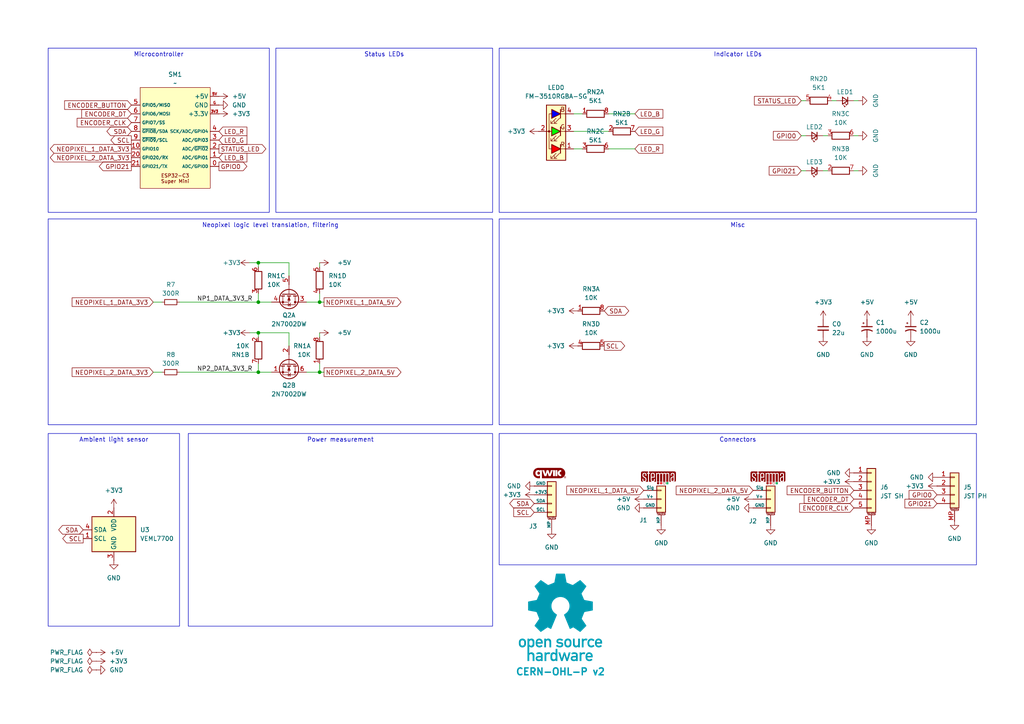
<source format=kicad_sch>
(kicad_sch (version 20231120) (generator "eeschema") (generator_version "8.0")
  (paper "A4")
  (lib_symbols
    (symbol "Connector_Generic_MountingPin:Conn_01x04_MountingPin" (pin_names (offset 1.016) hide)
      (property "Reference" "J" (at 0 5.08 0))
      (property "Value" "Conn_01x04_MountingPin" (at 1.27 -7.62 0))
      (symbol "Conn_01x04_MountingPin_1_1"
        (text "Mounting" (at 0 -6.731 0) (effects (font (size 0.381 0.381))))
        (pin passive line (at -5.08 2.54 0) (length 3.81) (name "Pin_1") (number "1"))
        (pin passive line (at -5.08 0 0) (length 3.81) (name "Pin_2") (number "2"))
        (pin passive line (at -5.08 -2.54 0) (length 3.81) (name "Pin_3") (number "3"))
        (pin passive line (at -5.08 -5.08 0) (length 3.81) (name "Pin_4") (number "4"))
        (pin passive line (at 0 -10.16 90) (length 3.048) (name "MountPin") (number "MP"))
      )
    )
    (symbol "Connector_Generic_MountingPin:Conn_01x05_MountingPin" (pin_names (offset 1.016) hide)
      (property "Reference" "J" (at 0 7.62 0))
      (property "Value" "Conn_01x05_MountingPin" (at 1.27 -7.62 0))
      (symbol "Conn_01x05_MountingPin_1_1"
        (text "Mounting" (at 0 -6.731 0) (effects (font (size 0.381 0.381))))
        (pin passive line (at -5.08 5.08 0) (length 3.81) (name "Pin_1") (number "1"))
        (pin passive line (at -5.08 2.54 0) (length 3.81) (name "Pin_2") (number "2"))
        (pin passive line (at -5.08 0 0) (length 3.81) (name "Pin_3") (number "3"))
        (pin passive line (at -5.08 -2.54 0) (length 3.81) (name "Pin_4") (number "4"))
        (pin passive line (at -5.08 -5.08 0) (length 3.81) (name "Pin_5") (number "5"))
        (pin passive line (at 0 -10.16 90) (length 3.048) (name "MountPin") (number "MP"))
      )
    )
    (symbol "Device:C_Polarized_Small_US" (pin_numbers hide) (pin_names (offset 0.254) hide)
      (property "Reference" "C" (at 0.254 1.778 0))
      (property "Value" "C_Polarized_Small_US" (at 0.254 -2.032 0))
      (symbol "C_Polarized_Small_US_1_1"
        (pin passive line (at 0 2.54 270) (length 2.032) (name "~") (number "1"))
        (pin passive line (at 0 -2.54 90) (length 2.032) (name "~") (number "2"))
      )
    )
    (symbol "Device:C_Small" (pin_numbers hide) (pin_names (offset 0.254) hide)
      (property "Reference" "C" (at 0.254 1.778 0))
      (property "Value" "C_Small" (at 0.254 -2.032 0))
      (symbol "C_Small_1_1"
        (pin passive line (at 0 2.54 270) (length 2.032) (name "~") (number "1"))
        (pin passive line (at 0 -2.54 90) (length 2.032) (name "~") (number "2"))
      )
    )
    (symbol "Device:LED_Small" (pin_numbers hide) (pin_names (offset 0.254) hide)
      (property "Reference" "D" (at -1.27 3.175 0))
      (property "Value" "LED_Small" (at -4.445 -2.54 0))
      (symbol "LED_Small_1_1"
        (pin passive line (at -2.54 0 0) (length 1.778) (name "K") (number "1"))
        (pin passive line (at 2.54 0 180) (length 1.778) (name "A") (number "2"))
      )
    )
    (symbol "Device:R_Pack04_Split" (pin_names (offset 0) hide)
      (property "Reference" "RN" (at 2.032 0 90))
      (property "Value" "R_Pack04_Split" (at 0 0 90))
      (symbol "R_Pack04_Split_1_1"
        (pin passive line (at 0 -3.81 90) (length 1.27) (name "R1.1") (number "1"))
        (pin passive line (at 0 3.81 270) (length 1.27) (name "R1.2") (number "8"))
      )
      (symbol "R_Pack04_Split_2_1"
        (pin passive line (at 0 -3.81 90) (length 1.27) (name "R2.1") (number "2"))
        (pin passive line (at 0 3.81 270) (length 1.27) (name "R2.2") (number "7"))
      )
      (symbol "R_Pack04_Split_3_1"
        (pin passive line (at 0 -3.81 90) (length 1.27) (name "R3.1") (number "3"))
        (pin passive line (at 0 3.81 270) (length 1.27) (name "R3.2") (number "6"))
      )
      (symbol "R_Pack04_Split_4_1"
        (pin passive line (at 0 -3.81 90) (length 1.27) (name "R4.1") (number "4"))
        (pin passive line (at 0 3.81 270) (length 1.27) (name "R4.2") (number "5"))
      )
    )
    (symbol "Device:R_Small" (pin_numbers hide) (pin_names (offset 0.254) hide)
      (property "Reference" "R" (at 0.762 0.508 0))
      (property "Value" "R_Small" (at 0.762 -1.016 0))
      (symbol "R_Small_1_1"
        (pin passive line (at 0 2.54 270) (length 0.762) (name "~") (number "1"))
        (pin passive line (at 0 -2.54 90) (length 0.762) (name "~") (number "2"))
      )
    )
    (symbol "connector:Qwiic" (pin_numbers hide) (pin_names (offset 0))
      (property "Reference" "J" (at 2.54 0 0))
      (symbol "Qwiic_1_1"
        (text "Mounting" (at 0 -6.731 0) (effects (font (size 0.381 0.381))))
        (pin passive line (at -5.08 2.54 0) (length 3.81) (name "GND") (number "1"))
        (pin passive line (at -5.08 0 0) (length 3.81) (name "+3V3") (number "2"))
        (pin passive line (at -5.08 -2.54 0) (length 3.81) (name "SDA") (number "3"))
        (pin passive line (at -5.08 -5.08 0) (length 3.81) (name "SCL") (number "4"))
        (pin passive line (at 0 -10.16 90) (length 3.048) (name "MP") (number "MP"))
      )
    )
    (symbol "connector:STEMMA-Signal" (pin_numbers hide) (pin_names (offset 0))
      (property "Reference" "J" (at 2.54 0 0))
      (symbol "STEMMA-Signal_1_1"
        (text "Mounting" (at 0 -4.191 0) (effects (font (size 0.381 0.381))))
        (pin passive line (at -5.08 2.54 0) (length 3.81) (name "Sig") (number "1"))
        (pin passive line (at -5.08 0 0) (length 3.81) (name "V+") (number "2"))
        (pin passive line (at -5.08 -2.54 0) (length 3.81) (name "GND") (number "3"))
        (pin passive line (at 0 -7.62 90) (length 3.048) (name "MP") (number "MP"))
      )
    )
    (symbol "lcsc:2N7002DW" (pin_names hide)
      (property "Reference" "Q" (at 5.08 1.905 0))
      (property "Value" "2N7002DW" (at 5.08 0 0))
      (symbol "2N7002DW_1_1"
        (pin passive line (at 2.54 5.08 270) (length 2.54) (name "D") (number "3"))
        (pin passive line (at 2.54 -5.08 90) (length 2.54) (name "S") (number "4"))
        (pin input line (at -5.08 0 0) (length 2.54) (name "G") (number "5"))
      )
      (symbol "2N7002DW_2_1"
        (pin passive line (at 2.54 -5.08 90) (length 2.54) (name "S") (number "1"))
        (pin input line (at -5.08 0 0) (length 2.54) (name "G") (number "2"))
        (pin passive line (at 2.54 5.08 270) (length 2.54) (name "D") (number "6"))
      )
    )
    (symbol "lcsc:FM-3510RGBA-SG" (pin_names (offset 0) hide)
      (property "Reference" "D" (at 0 9.398 0))
      (property "Value" "FM-3510RGBA-SG" (at 0 -8.89 0))
      (symbol "FM-3510RGBA-SG_0_0"
        (text "B" (at -1.905 -6.35 0) (effects (font (size 1.27 1.27))))
        (text "G" (at -1.905 -1.27 0) (effects (font (size 1.27 1.27))))
        (text "R" (at -1.905 3.81 0) (effects (font (size 1.27 1.27))))
      )
      (symbol "FM-3510RGBA-SG_1_1"
        (pin passive line (at -5.08 5.08 0) (length 2.54) (name "RK") (number "1"))
        (pin passive line (at 5.08 0 180) (length 2.54) (name "A") (number "2"))
        (pin passive line (at -5.08 0 0) (length 2.54) (name "GK") (number "3"))
        (pin passive line (at -5.08 -5.08 0) (length 2.54) (name "BK") (number "4"))
      )
    )
    (symbol "lcsc:VEML7700"
      (property "Reference" "U" (at 2.54 -10.16 0))
      (property "Value" "VEML7700" (at 5.08 -7.62 0))
      (symbol "VEML7700_1_1"
        (pin passive line (at -8.89 -1.27 0) (length 2.54) (name "SCL") (number "1"))
        (pin power_in line (at 0 7.62 270) (length 2.54) (name "VDD") (number "2"))
        (pin power_in line (at 0 -7.62 90) (length 2.54) (name "GND") (number "3"))
        (pin passive line (at -8.89 1.27 0) (length 2.54) (name "SDA") (number "4"))
      )
    )
    (symbol "modules:ESP32-C3-Super-Mini"
      (property "Reference" "SM" (at 0 18.288 0))
      (symbol "ESP32-C3-Super-Mini_1_1"
        (text_box "ESP32-C3\nSuper Mini" (at -7.62 -10.16 0) (size 15.24 -5.08) (stroke (width -0.0001)) (effects (font (size 1.016 1.016)) (justify top)))
        (pin passive line (at 12.7 -8.89 180) (length 2.54) (name "ADC/GPIO0") (number "0"))
        (pin passive line (at 12.7 -6.35 180) (length 2.54) (name "ADC/GPIO1") (number "1"))
        (pin passive line (at -12.7 -3.81 0) (length 2.54) (name "GPIO10") (number "10"))
        (pin passive line (at 12.7 -3.81 180) (length 2.54) (name "ADC/~{GPIO2}") (number "2"))
        (pin passive line (at -12.7 -6.35 0) (length 2.54) (name "GPIO20/RX") (number "20"))
        (pin passive line (at -12.7 -8.89 0) (length 2.54) (name "GPIO21/TX") (number "21"))
        (pin passive line (at 12.7 -1.27 180) (length 2.54) (name "ADC/GPIO3") (number "3"))
        (pin power_in line (at 12.7 6.35 180) (length 2.54) (name "+3.3V") (number "3V3"))
        (pin passive line (at 12.7 1.27 180) (length 2.54) (name "SCK/ADC/GPIO4") (number "4"))
        (pin passive line (at -12.7 8.89 0) (length 2.54) (name "GPIO5/MISO") (number "5"))
        (pin power_in line (at 12.7 11.43 180) (length 2.54) (name "+5V") (number "5V"))
        (pin passive line (at -12.7 6.35 0) (length 2.54) (name "GPIO6/MOSI") (number "6"))
        (pin passive line (at -12.7 3.81 0) (length 2.54) (name "GPIO7/SS") (number "7"))
        (pin passive line (at -12.7 1.27 0) (length 2.54) (name "~{GPIO8}/SDA") (number "8"))
        (pin passive line (at -12.7 -1.27 0) (length 2.54) (name "~{GPIO9}/SCL") (number "9"))
        (pin power_in line (at 12.7 8.89 180) (length 2.54) (name "GND") (number "G"))
      )
    )
    (symbol "power:+3V3" (power) (pin_numbers hide) (pin_names (offset 0) hide)
      (property "Value" "+3V3" (at 0 3.556 0))
      (symbol "+3V3_1_1"
        (pin power_in line (at 0 0 90) (length 0) (name "~") (number "1"))
      )
    )
    (symbol "power:+5V" (power) (pin_numbers hide) (pin_names (offset 0) hide)
      (property "Value" "+5V" (at 0 3.556 0))
      (symbol "+5V_1_1"
        (pin power_in line (at 0 0 90) (length 0) (name "~") (number "1"))
      )
    )
    (symbol "power:GND" (power) (pin_numbers hide) (pin_names (offset 0) hide)
      (property "Value" "GND" (at 0 -3.81 0))
      (symbol "GND_1_1"
        (pin power_in line (at 0 0 270) (length 0) (name "~") (number "1"))
      )
    )
    (symbol "power:PWR_FLAG" (power) (pin_numbers hide) (pin_names (offset 0) hide)
      (property "Value" "PWR_FLAG" (at 0 3.81 0))
      (symbol "PWR_FLAG_0_0"
        (pin power_out line (at 0 0 90) (length 0) (name "~") (number "1"))
      )
    )
    (symbol "power:VCC" (power) (pin_numbers hide) (pin_names (offset 0) hide)
      (property "Value" "VCC" (at 0 3.556 0))
      (symbol "VCC_1_1"
        (pin power_in line (at 0 0 90) (length 0) (name "~") (number "1"))
      )
    )
  )
  (junction (at 74.93 96.52))
  (junction (at 74.93 87.63))
  (junction (at 74.93 107.95))
  (junction (at 92.71 87.63))
  (junction (at 74.93 76.2))
  (junction (at 92.71 107.95))
  (wire (pts (xy 74.93 97.79) (xy 74.93 96.52)))
  (wire (pts (xy 88.9 87.63) (xy 92.71 87.63)))
  (wire (pts (xy 247.65 49.53) (xy 248.92 49.53)))
  (wire (pts (xy 248.92 29.21) (xy 247.65 29.21)))
  (wire (pts (xy 92.71 77.47) (xy 92.71 76.2)))
  (wire (pts (xy 88.9 107.95) (xy 92.71 107.95)))
  (wire (pts (xy 92.71 87.63) (xy 93.98 87.63)))
  (wire (pts (xy 52.07 87.63) (xy 74.93 87.63)))
  (wire (pts (xy 74.93 107.95) (xy 78.74 107.95)))
  (wire (pts (xy 72.39 76.2) (xy 74.93 76.2)))
  (wire (pts (xy 44.45 107.95) (xy 46.99 107.95)))
  (wire (pts (xy 74.93 85.09) (xy 74.93 87.63)))
  (wire (pts (xy 166.37 43.18) (xy 168.91 43.18)))
  (wire (pts (xy 74.93 76.2) (xy 83.82 76.2)))
  (wire (pts (xy 74.93 77.47) (xy 74.93 76.2)))
  (wire (pts (xy 184.15 33.02) (xy 176.53 33.02)))
  (wire (pts (xy 74.93 96.52) (xy 83.82 96.52)))
  (wire (pts (xy 240.03 49.53) (xy 238.76 49.53)))
  (wire (pts (xy 166.37 38.1) (xy 176.53 38.1)))
  (wire (pts (xy 83.82 100.33) (xy 83.82 96.52)))
  (wire (pts (xy 241.3 29.21) (xy 242.57 29.21)))
  (wire (pts (xy 247.65 39.37) (xy 248.92 39.37)))
  (wire (pts (xy 44.45 87.63) (xy 46.99 87.63)))
  (wire (pts (xy 74.93 105.41) (xy 74.93 107.95)))
  (wire (pts (xy 92.71 107.95) (xy 93.98 107.95)))
  (wire (pts (xy 92.71 107.95) (xy 92.71 105.41)))
  (wire (pts (xy 72.39 96.52) (xy 74.93 96.52)))
  (wire (pts (xy 240.03 39.37) (xy 238.76 39.37)))
  (wire (pts (xy 92.71 87.63) (xy 92.71 85.09)))
  (wire (pts (xy 52.07 107.95) (xy 74.93 107.95)))
  (wire (pts (xy 232.41 49.53) (xy 233.68 49.53)))
  (wire (pts (xy 232.41 29.21) (xy 233.68 29.21)))
  (wire (pts (xy 184.15 43.18) (xy 176.53 43.18)))
  (wire (pts (xy 83.82 80.01) (xy 83.82 76.2)))
  (wire (pts (xy 232.41 39.37) (xy 233.68 39.37)))
  (wire (pts (xy 166.37 33.02) (xy 168.91 33.02)))
  (wire (pts (xy 92.71 97.79) (xy 92.71 96.52)))
  (wire (pts (xy 74.93 87.63) (xy 78.74 87.63)))
  (image (at 162.56 179.07) (scale 0.37481))
  (text_box "Status LEDs" (at 80.01 13.97 0) (size 62.865 47.625) (effects (font (size 1.27 1.27)) (justify top)))
  (text_box "Indicator LEDs" (at 144.78 13.97 0) (size 138.43 47.625) (effects (font (size 1.27 1.27)) (justify top)))
  (text_box "Microcontroller" (at 13.97 13.97 0) (size 64.135 47.625) (effects (font (size 1.27 1.27)) (justify top)))
  (text_box "Misc" (at 144.78 63.5 0) (size 138.43 59.69) (effects (font (size 1.27 1.27)) (justify top)))
  (text_box "Ambient light sensor" (at 13.97 125.73 0) (size 38.1 55.88) (effects (font (size 1.27 1.27)) (justify top)))
  (text_box "Connectors" (at 144.78 125.73 0) (size 138.43 38.1) (effects (font (size 1.27 1.27)) (justify top)))
  (text_box "Power measurement" (at 54.61 125.73 0) (size 88.265 55.88) (effects (font (size 1.27 1.27)) (justify top)))
  (text_box "Neopixel logic level translation, filtering" (at 13.97 63.5 0) (size 128.905 59.69) (effects (font (size 1.27 1.27)) (justify top)))
  (text "CERN-OHL-P v2" (at 162.56 195.072 0) (effects (font (size 2 2) (thickness 0.4) (bold yes))))
  (label "NP1_DATA_3V3_R" (at 57.15 87.63 0))
  (label "NP2_DATA_3V3_R" (at 57.15 107.95 0))
  (global_label "GPIO0" (shape input) (at 232.41 39.37 180) (property "Intersheetrefs" "${INTERSHEET_REFS}" (effects (hide yes))))
  (global_label "SCL" (shape input) (at 154.94 148.59 180) (property "Intersheetrefs" "${INTERSHEET_REFS}" (effects (hide yes))))
  (global_label "SCL" (shape output) (at 38.1 40.64 180) (property "Intersheetrefs" "${INTERSHEET_REFS}" (effects (hide yes))))
  (global_label "STATUS_LED" (shape output) (at 63.5 43.18 0) (property "Intersheetrefs" "${INTERSHEET_REFS}" (effects (hide yes))))
  (global_label "ENCODER_DT" (shape input) (at 247.65 144.78 180) (property "Intersheetrefs" "${INTERSHEET_REFS}" (effects (hide yes))))
  (global_label "ENCODER_BUTTON" (shape input) (at 247.65 142.24 180) (property "Intersheetrefs" "${INTERSHEET_REFS}" (effects (hide yes))))
  (global_label "NEOPIXEL_1_DATA_5V" (shape output) (at 93.98 87.63 0) (property "Intersheetrefs" "${INTERSHEET_REFS}" (effects (hide yes))))
  (global_label "SDA" (shape bidirectional) (at 38.1 38.1 180) (property "Intersheetrefs" "${INTERSHEET_REFS}" (effects (hide yes))))
  (global_label "GPIO21" (shape output) (at 38.1 48.26 180) (property "Intersheetrefs" "${INTERSHEET_REFS}" (effects (hide yes))))
  (global_label "GPIO0" (shape input) (at 271.78 143.51 180) (property "Intersheetrefs" "${INTERSHEET_REFS}" (effects (hide yes))))
  (global_label "LED_R" (shape input) (at 63.5 38.1 0) (property "Intersheetrefs" "${INTERSHEET_REFS}" (effects (hide yes))))
  (global_label "GPIO0" (shape output) (at 63.5 48.26 0) (property "Intersheetrefs" "${INTERSHEET_REFS}" (effects (hide yes))))
  (global_label "SDA" (shape bidirectional) (at 154.94 146.05 180) (property "Intersheetrefs" "${INTERSHEET_REFS}" (effects (hide yes))))
  (global_label "SCL" (shape output) (at 24.13 156.21 180) (property "Intersheetrefs" "${INTERSHEET_REFS}" (effects (hide yes))))
  (global_label "GPIO21" (shape input) (at 271.78 146.05 180) (property "Intersheetrefs" "${INTERSHEET_REFS}" (effects (hide yes))))
  (global_label "LED_B" (shape input) (at 63.5 45.72 0) (property "Intersheetrefs" "${INTERSHEET_REFS}" (effects (hide yes))))
  (global_label "NEOPIXEL_2_DATA_3V3" (shape input) (at 44.45 107.95 180) (property "Intersheetrefs" "${INTERSHEET_REFS}" (effects (hide yes))))
  (global_label "NEOPIXEL_1_DATA_5V" (shape input) (at 186.69 142.24 180) (property "Intersheetrefs" "${INTERSHEET_REFS}" (effects (hide yes))))
  (global_label "ENCODER_BUTTON" (shape input) (at 38.1 30.48 180) (property "Intersheetrefs" "${INTERSHEET_REFS}" (effects (hide yes))))
  (global_label "SDA" (shape bidirectional) (at 175.26 90.17 0) (property "Intersheetrefs" "${INTERSHEET_REFS}" (effects (hide yes))))
  (global_label "NEOPIXEL_1_DATA_3V3" (shape output) (at 38.1 43.18 180) (property "Intersheetrefs" "${INTERSHEET_REFS}" (effects (hide yes))))
  (global_label "SDA" (shape bidirectional) (at 24.13 153.67 180) (property "Intersheetrefs" "${INTERSHEET_REFS}" (effects (hide yes))))
  (global_label "GPIO21" (shape input) (at 232.41 49.53 180) (property "Intersheetrefs" "${INTERSHEET_REFS}" (effects (hide yes))))
  (global_label "NEOPIXEL_1_DATA_3V3" (shape input) (at 44.45 87.63 180) (property "Intersheetrefs" "${INTERSHEET_REFS}" (effects (hide yes))))
  (global_label "NEOPIXEL_2_DATA_3V3" (shape output) (at 38.1 45.72 180) (property "Intersheetrefs" "${INTERSHEET_REFS}" (effects (hide yes))))
  (global_label "ENCODER_CLK" (shape input) (at 247.65 147.32 180) (property "Intersheetrefs" "${INTERSHEET_REFS}" (effects (hide yes))))
  (global_label "SCL" (shape output) (at 175.26 100.33 0) (property "Intersheetrefs" "${INTERSHEET_REFS}" (effects (hide yes))))
  (global_label "LED_R" (shape input) (at 184.15 43.18 0) (property "Intersheetrefs" "${INTERSHEET_REFS}" (effects (hide yes))))
  (global_label "LED_G" (shape input) (at 63.5 40.64 0) (property "Intersheetrefs" "${INTERSHEET_REFS}" (effects (hide yes))))
  (global_label "STATUS_LED" (shape input) (at 232.41 29.21 180) (property "Intersheetrefs" "${INTERSHEET_REFS}" (effects (hide yes))))
  (global_label "ENCODER_CLK" (shape input) (at 38.1 35.56 180) (property "Intersheetrefs" "${INTERSHEET_REFS}" (effects (hide yes))))
  (global_label "ENCODER_DT" (shape input) (at 38.1 33.02 180) (property "Intersheetrefs" "${INTERSHEET_REFS}" (effects (hide yes))))
  (global_label "NEOPIXEL_2_DATA_5V" (shape input) (at 218.44 142.24 180) (property "Intersheetrefs" "${INTERSHEET_REFS}" (effects (hide yes))))
  (global_label "LED_B" (shape input) (at 184.15 33.02 0) (property "Intersheetrefs" "${INTERSHEET_REFS}" (effects (hide yes))))
  (global_label "LED_G" (shape input) (at 184.15 38.1 0) (property "Intersheetrefs" "${INTERSHEET_REFS}" (effects (hide yes))))
  (global_label "NEOPIXEL_2_DATA_5V" (shape output) (at 93.98 107.95 0) (property "Intersheetrefs" "${INTERSHEET_REFS}" (effects (hide yes))))
  (symbol (lib_id "power:VCC") (at 218.44 144.78 90) (unit 1)
    (property "Reference" "#PWR027" (effects (hide yes)))
    (property "Value" "+5V" (at 214.63 144.7799 90) (effects (justify left)))
    (property "Description" "Power symbol creates a global label with name \"VCC\"" (effects (hide yes)))
  )
  (symbol (lib_id "power:VCC") (at 63.5 33.02 270) (unit 1)
    (property "Reference" "#PWR09" (effects (hide yes)))
    (property "Value" "+3V3" (at 67.31 33.0199 90) (effects (justify left)))
    (property "Description" "Power symbol creates a global label with name \"VCC\"" (effects (hide yes)))
  )
  (symbol (lib_id "power:GND") (at 247.65 137.16 270) (unit 1)
    (property "Reference" "#PWR034" (effects (hide yes)))
    (property "Value" "GND" (at 243.84 137.1599 90) (effects (justify right)))
    (property "Description" "Power symbol creates a global label with name \"GND\" , ground" (effects (hide yes)))
  )
  (symbol (lib_id "power:VCC") (at 167.64 100.33 90) (unit 1)
    (property "Reference" "#PWR037" (effects (hide yes)))
    (property "Value" "+3V3" (at 163.83 100.3299 90) (effects (justify left)))
    (property "Description" "Power symbol creates a global label with name \"VCC\"" (effects (hide yes)))
  )
  (symbol (lib_id "Device:LED_Small") (at 236.22 49.53 180) (unit 1)
    (property "Reference" "LED3" (at 236.22 46.99 0))
    (property "Value" "LED_Small" (effects (hide yes)))
    (property "Footprint" "led:LED_0603_1608Metric" (effects (hide yes)))
    (property "Description" "Light emitting diode, small symbol" (effects (hide yes)))
  )
  (symbol (lib_id "Device:R_Pack04_Split") (at 74.93 101.6 180) (unit 2)
    (property "Reference" "RN1" (at 72.39 102.8701 0) (effects (justify left)))
    (property "Value" "10K" (at 72.39 100.3301 0) (effects (justify left)))
    (property "Footprint" "passives:R_Array_Convex_4x0603_HandSolder" (effects (hide yes)))
    (property "Description" "4 resistor network, parallel topology, split" (effects (hide yes)))
  )
  (symbol (lib_id "lcsc:VEML7700") (at 33.02 154.94 0) (unit 1)
    (property "Reference" "U3" (at 40.64 153.6699 0) (effects (justify left)))
    (property "Value" "VEML7700" (at 40.64 156.2099 0) (effects (justify left)))
    (property "Footprint" "lcsc:SENSORS-SMD_VEML7700-TR" (effects (hide yes)))
    (property "Datasheet" "https://www.vishay.com/docs/84286/veml7700.pdf" (effects (hide yes)))
    (property "Description" "High Accuracy Ambient Light Sensor With I2C Interface" (effects (hide yes)))
  )
  (symbol (lib_id "power:GND") (at 248.92 49.53 90) (unit 1)
    (property "Reference" "#PWR017" (effects (hide yes)))
    (property "Value" "GND" (at 254 49.53 0))
    (property "Description" "Power symbol creates a global label with name \"GND\" , ground" (effects (hide yes)))
  )
  (symbol (lib_id "power:+5V") (at 92.71 96.52 270) (unit 1)
    (property "Reference" "#PWR014" (effects (hide yes)))
    (property "Value" "+5V" (at 97.79 96.5199 90) (effects (justify left)))
    (property "Description" "Power symbol creates a global label with name \"+5V\"" (effects (hide yes)))
  )
  (symbol (lib_id "power:GND") (at 248.92 29.21 90) (unit 1)
    (property "Reference" "#PWR015" (effects (hide yes)))
    (property "Value" "GND" (at 254 29.21 0))
    (property "Description" "Power symbol creates a global label with name \"GND\" , ground" (effects (hide yes)))
  )
  (symbol (lib_id "power:GND") (at 218.44 147.32 270) (unit 1)
    (property "Reference" "#PWR028" (effects (hide yes)))
    (property "Value" "GND" (at 214.63 147.3199 90) (effects (justify right)))
    (property "Description" "Power symbol creates a global label with name \"GND\" , ground" (effects (hide yes)))
  )
  (symbol (lib_id "power:GND") (at 276.86 151.13 0) (unit 1)
    (property "Reference" "#PWR040" (effects (hide yes)))
    (property "Value" "GND" (at 276.86 156.21 0))
    (property "Description" "Power symbol creates a global label with name \"GND\" , ground" (effects (hide yes)))
  )
  (symbol (lib_id "power:GND") (at 223.52 152.4 0) (unit 1)
    (property "Reference" "#PWR029" (effects (hide yes)))
    (property "Value" "GND" (at 223.52 157.48 0))
    (property "Description" "Power symbol creates a global label with name \"GND\" , ground" (effects (hide yes)))
  )
  (symbol (lib_id "power:VCC") (at 264.16 92.71 0) (unit 1)
    (property "Reference" "#PWR021" (effects (hide yes)))
    (property "Value" "+5V" (at 264.16 87.63 0))
    (property "Description" "Power symbol creates a global label with name \"VCC\"" (effects (hide yes)))
  )
  (symbol (lib_id "power:GND") (at 63.5 30.48 90) (unit 1)
    (property "Reference" "#PWR08" (effects (hide yes)))
    (property "Value" "GND" (at 67.31 30.4799 90) (effects (justify right)))
    (property "Description" "Power symbol creates a global label with name \"GND\" , ground" (effects (hide yes)))
  )
  (symbol (lib_id "Device:C_Small") (at 238.76 95.25 0) (unit 1)
    (property "Reference" "C0" (at 241.3 93.9862 0) (effects (justify left)))
    (property "Value" "22u" (at 241.3 96.5262 0) (effects (justify left)))
    (property "Footprint" "passives:C_0603_1608Metric" (effects (hide yes)))
    (property "Description" "Unpolarized capacitor, small symbol" (effects (hide yes)))
  )
  (symbol (lib_id "power:PWR_FLAG") (at 27.94 189.23 90) (unit 1)
    (property "Reference" "#FLG03" (effects (hide yes)))
    (property "Value" "PWR_FLAG" (at 24.13 189.2299 90) (effects (justify left)))
    (property "Description" "Special symbol for telling ERC where power comes from" (effects (hide yes)))
  )
  (symbol (lib_id "power:VCC") (at 271.78 140.97 90) (unit 1)
    (property "Reference" "#PWR039" (effects (hide yes)))
    (property "Value" "+3V3" (at 267.97 140.9699 90) (effects (justify left)))
    (property "Description" "Power symbol creates a global label with name \"VCC\"" (effects (hide yes)))
  )
  (symbol (lib_id "Device:LED_Small") (at 245.11 29.21 180) (unit 1)
    (property "Reference" "LED1" (at 245.11 26.67 0))
    (property "Value" "LED_Small" (effects (hide yes)))
    (property "Footprint" "led:LED_0603_1608Metric" (effects (hide yes)))
    (property "Description" "Light emitting diode, small symbol" (effects (hide yes)))
  )
  (symbol (lib_id "power:GND") (at 264.16 97.79 0) (unit 1)
    (property "Reference" "#PWR022" (effects (hide yes)))
    (property "Value" "GND" (at 264.16 102.87 0))
  )
  (symbol (lib_id "Device:R_Pack04_Split") (at 243.84 39.37 270) (unit 3)
    (property "Reference" "RN3" (at 243.84 33.02 90))
    (property "Value" "10K" (at 243.84 35.56 90))
    (property "Footprint" "passives:R_Array_Convex_4x0603_HandSolder" (effects (hide yes)))
    (property "Description" "4 resistor network, parallel topology, split" (effects (hide yes)))
  )
  (symbol (lib_id "Device:LED_Small") (at 236.22 39.37 180) (unit 1)
    (property "Reference" "LED2" (at 236.22 36.83 0))
    (property "Value" "LED_Small" (effects (hide yes)))
    (property "Footprint" "led:LED_0603_1608Metric" (effects (hide yes)))
    (property "Description" "Light emitting diode, small symbol" (effects (hide yes)))
  )
  (symbol (lib_id "lcsc:2N7002DW") (at 83.82 85.09 270) (unit 1)
    (property "Reference" "Q2" (at 83.82 91.44 90))
    (property "Value" "2N7002DW" (at 83.82 93.98 90))
    (property "Footprint" "packages:SOT-363_SC-70-6_HandSolder" (effects (hide yes)))
    (property "Datasheet" "https://www.onsemi.com/download/data-sheet/pdf/2n7002dw-d.pdf" (effects (hide yes)))
    (property "Description" "0.115A Id, 60V Vds, Dual N-Channel MOSFET, SOT-23-6" (effects (hide yes)))
    (property "LCSC Part" "C5190214" (effects (hide yes)))
    (property "JLCPCB_CORRECTION" "0; 0; 270" (effects (hide yes)))
  )
  (symbol (lib_id "Device:R_Small") (at 49.53 107.95 90) (unit 1)
    (property "Reference" "R8" (at 49.53 102.87 90))
    (property "Value" "300R" (at 49.53 105.41 90))
    (property "Footprint" "Resistor_SMD:R_0603_1608Metric" (effects (hide yes)))
    (property "Description" "Resistor, small symbol" (effects (hide yes)))
  )
  (symbol (lib_id "power:GND") (at 248.92 39.37 90) (unit 1)
    (property "Reference" "#PWR016" (effects (hide yes)))
    (property "Value" "GND" (at 254 39.37 0))
    (property "Description" "Power symbol creates a global label with name \"GND\" , ground" (effects (hide yes)))
  )
  (symbol (lib_id "power:GND") (at 251.46 97.79 0) (unit 1)
    (property "Reference" "#PWR033" (effects (hide yes)))
    (property "Value" "GND" (at 251.46 102.87 0))
  )
  (symbol (lib_id "power:VCC") (at 156.21 38.1 90) (unit 1)
    (property "Reference" "#PWR012" (effects (hide yes)))
    (property "Value" "+3V3" (at 152.4 38.0999 90) (effects (justify left)))
    (property "Description" "Power symbol creates a global label with name \"VCC\"" (effects (hide yes)))
  )
  (symbol (lib_id "Device:R_Pack04_Split") (at 180.34 38.1 270) (unit 2)
    (property "Reference" "RN2" (at 180.34 33.02 90))
    (property "Value" "5K1" (at 180.34 35.56 90))
    (property "Footprint" "passives:R_Array_Convex_4x0603_HandSolder" (effects (hide yes)))
    (property "Description" "4 resistor network, parallel topology, split" (effects (hide yes)))
  )
  (symbol (lib_id "power:VCC") (at 251.46 92.71 0) (unit 1)
    (property "Reference" "#PWR032" (effects (hide yes)))
    (property "Value" "+5V" (at 251.46 87.63 0))
    (property "Description" "Power symbol creates a global label with name \"VCC\"" (effects (hide yes)))
  )
  (symbol (lib_id "Device:R_Pack04_Split") (at 243.84 49.53 270) (unit 2)
    (property "Reference" "RN3" (at 243.84 43.18 90))
    (property "Value" "10K" (at 243.84 45.72 90))
    (property "Footprint" "passives:R_Array_Convex_4x0603_HandSolder" (effects (hide yes)))
    (property "Description" "4 resistor network, parallel topology, split" (effects (hide yes)))
  )
  (symbol (lib_id "power:PWR_FLAG") (at 27.94 194.31 90) (unit 1)
    (property "Reference" "#FLG05" (effects (hide yes)))
    (property "Value" "PWR_FLAG" (at 24.13 194.3099 90) (effects (justify left)))
    (property "Description" "Special symbol for telling ERC where power comes from" (effects (hide yes)))
  )
  (symbol (lib_id "power:+5V") (at 92.71 76.2 270) (unit 1)
    (property "Reference" "#PWR013" (effects (hide yes)))
    (property "Value" "+5V" (at 97.79 76.1999 90) (effects (justify left)))
    (property "Description" "Power symbol creates a global label with name \"+5V\"" (effects (hide yes)))
  )
  (symbol (lib_id "power:VCC") (at 27.94 189.23 270) (unit 1)
    (property "Reference" "#PWR02" (effects (hide yes)))
    (property "Value" "+5V" (at 31.75 189.2299 90) (effects (justify left)))
    (property "Description" "Power symbol creates a global label with name \"VCC\"" (effects (hide yes)))
  )
  (symbol (lib_id "power:+3V3") (at 72.39 96.52 90) (unit 1)
    (property "Reference" "#PWR011" (effects (hide yes)))
    (property "Value" "+3V3" (at 69.85 96.5199 90) (effects (justify left)))
    (property "Description" "Power symbol creates a global label with name \"+3V3\"" (effects (hide yes)))
  )
  (symbol (lib_id "power:GND") (at 186.69 147.32 270) (unit 1)
    (property "Reference" "#PWR025" (effects (hide yes)))
    (property "Value" "GND" (at 182.88 147.3199 90) (effects (justify right)))
    (property "Description" "Power symbol creates a global label with name \"GND\" , ground" (effects (hide yes)))
  )
  (symbol (lib_id "power:GND") (at 252.73 152.4 0) (unit 1)
    (property "Reference" "#PWR036" (effects (hide yes)))
    (property "Value" "GND" (at 252.73 157.48 0))
    (property "Description" "Power symbol creates a global label with name \"GND\" , ground" (effects (hide yes)))
  )
  (symbol (lib_id "power:VCC") (at 247.65 139.7 90) (unit 1)
    (property "Reference" "#PWR035" (effects (hide yes)))
    (property "Value" "+3V3" (at 243.84 139.6999 90) (effects (justify left)))
    (property "Description" "Power symbol creates a global label with name \"VCC\"" (effects (hide yes)))
  )
  (symbol (lib_id "Connector_Generic_MountingPin:Conn_01x04_MountingPin") (at 276.86 140.97 0) (unit 1)
    (property "Reference" "J5" (at 279.4 141.3255 0) (effects (justify left)))
    (property "Value" "JST PH" (at 279.4 143.8655 0) (effects (justify left)))
    (property "Footprint" "connector:JST_PH_S4B-PH-SM4-TB_1x04-1MP_P2.00mm_Horizontal" (effects (hide yes)))
    (property "Description" "Generic connectable mounting pin connector, single row, 01x04, script generated (kicad-library-utils/schlib/autogen/connector/)" (effects (hide yes)))
  )
  (symbol (lib_id "Device:C_Polarized_Small_US") (at 251.46 95.25 0) (unit 1)
    (property "Reference" "C1" (at 254 93.5481 0) (effects (justify left)))
    (property "Value" "1000u" (at 254 96.0881 0) (effects (justify left)))
    (property "Footprint" "Capacitor_SMD:CP_Elec_8x10" (effects (hide yes)))
    (property "Description" "Polarized capacitor, small US symbol" (effects (hide yes)))
  )
  (symbol (lib_id "Device:R_Pack04_Split") (at 237.49 29.21 90) (unit 4)
    (property "Reference" "RN2" (at 237.49 22.86 90))
    (property "Value" "5K1" (at 237.49 25.4 90))
    (property "Footprint" "passives:R_Array_Convex_4x0603_HandSolder" (effects (hide yes)))
    (property "Description" "4 resistor network, parallel topology, split" (effects (hide yes)))
  )
  (symbol (lib_id "power:GND") (at 191.77 152.4 0) (unit 1)
    (property "Reference" "#PWR026" (effects (hide yes)))
    (property "Value" "GND" (at 191.77 157.48 0))
    (property "Description" "Power symbol creates a global label with name \"GND\" , ground" (effects (hide yes)))
  )
  (symbol (lib_id "Device:R_Pack04_Split") (at 172.72 43.18 270) (unit 3)
    (property "Reference" "RN2" (at 172.72 38.1 90))
    (property "Value" "5K1" (at 172.72 40.64 90))
    (property "Footprint" "passives:R_Array_Convex_4x0603_HandSolder" (effects (hide yes)))
    (property "Description" "4 resistor network, parallel topology, split" (effects (hide yes)))
  )
  (symbol (lib_id "power:VCC") (at 238.76 92.71 0) (unit 1)
    (property "Reference" "#PWR030" (effects (hide yes)))
    (property "Value" "+3V3" (at 238.76 87.63 0))
    (property "Description" "Power symbol creates a global label with name \"VCC\"" (effects (hide yes)))
  )
  (symbol (lib_id "power:+3V3") (at 72.39 76.2 90) (unit 1)
    (property "Reference" "#PWR010" (effects (hide yes)))
    (property "Value" "+3V3" (at 69.85 76.1999 90) (effects (justify left)))
    (property "Description" "Power symbol creates a global label with name \"+3V3\"" (effects (hide yes)))
  )
  (symbol (lib_id "power:VCC") (at 63.5 27.94 270) (unit 1)
    (property "Reference" "#PWR07" (effects (hide yes)))
    (property "Value" "+5V" (at 67.31 27.9399 90) (effects (justify left)))
    (property "Description" "Power symbol creates a global label with name \"VCC\"" (effects (hide yes)))
  )
  (symbol (lib_id "Device:R_Small") (at 49.53 87.63 270) (mirror x) (unit 1)
    (property "Reference" "R7" (at 49.53 82.55 90))
    (property "Value" "300R" (at 49.53 85.09 90))
    (property "Footprint" "Resistor_SMD:R_0603_1608Metric" (effects (hide yes)))
    (property "Description" "Resistor, small symbol" (effects (hide yes)))
  )
  (symbol (lib_id "Device:R_Pack04_Split") (at 171.45 90.17 270) (unit 1)
    (property "Reference" "RN3" (at 171.45 83.82 90))
    (property "Value" "10K" (at 171.45 86.36 90))
    (property "Footprint" "passives:R_Array_Convex_4x0603_HandSolder" (effects (hide yes)))
    (property "Description" "4 resistor network, parallel topology, split" (effects (hide yes)))
  )
  (symbol (lib_id "power:GND") (at 160.02 153.67 0) (unit 1)
    (property "Reference" "#PWR020" (effects (hide yes)))
    (property "Value" "GND" (at 160.02 158.75 0))
    (property "Description" "Power symbol creates a global label with name \"GND\" , ground" (effects (hide yes)))
  )
  (symbol (lib_id "power:GND") (at 238.76 97.79 0) (unit 1)
    (property "Reference" "#PWR031" (effects (hide yes)))
    (property "Value" "GND" (at 238.76 102.87 0))
  )
  (symbol (lib_id "modules:ESP32-C3-Super-Mini") (at 50.8 39.37 0) (unit 1)
    (property "Reference" "SM1" (at 50.8 21.59 0))
    (property "Value" "~" (at 50.8 24.13 0))
    (property "Footprint" "modules:ESP32-C3-Super-Mini-Castellated-SMD-only" (effects (hide yes)))
  )
  (symbol (lib_id "power:PWR_FLAG") (at 27.94 191.77 90) (unit 1)
    (property "Reference" "#FLG04" (effects (hide yes)))
    (property "Value" "PWR_FLAG" (at 24.13 191.7699 90) (effects (justify left)))
    (property "Description" "Special symbol for telling ERC where power comes from" (effects (hide yes)))
  )
  (symbol (lib_id "power:VCC") (at 27.94 191.77 270) (unit 1)
    (property "Reference" "#PWR03" (effects (hide yes)))
    (property "Value" "+3V3" (at 31.75 191.7699 90) (effects (justify left)))
    (property "Description" "Power symbol creates a global label with name \"VCC\"" (effects (hide yes)))
  )
  (symbol (lib_id "power:VCC") (at 167.64 90.17 90) (unit 1)
    (property "Reference" "#PWR01" (effects (hide yes)))
    (property "Value" "+3V3" (at 163.83 90.1699 90) (effects (justify left)))
    (property "Description" "Power symbol creates a global label with name \"VCC\"" (effects (hide yes)))
  )
  (symbol (lib_id "Connector_Generic_MountingPin:Conn_01x05_MountingPin") (at 252.73 142.24 0) (unit 1)
    (property "Reference" "J6" (at 255.27 141.3255 0) (effects (justify left)))
    (property "Value" "JST SH" (at 255.27 143.8655 0) (effects (justify left)))
    (property "Footprint" "connector:JST_SH_SM05B-SRSS-TB_1x05-1MP_P1.00mm_Horizontal" (effects (hide yes)))
    (property "Description" "Generic connectable mounting pin connector, single row, 01x05, script generated (kicad-library-utils/schlib/autogen/connector/)" (effects (hide yes)))
  )
  (symbol (lib_id "lcsc:2N7002DW") (at 83.82 105.41 270) (unit 2)
    (property "Reference" "Q2" (at 83.82 111.76 90))
    (property "Value" "2N7002DW" (at 83.82 114.3 90))
    (property "Footprint" "packages:SOT-363_SC-70-6_HandSolder" (effects (hide yes)))
    (property "Datasheet" "https://www.onsemi.com/download/data-sheet/pdf/2n7002dw-d.pdf" (effects (hide yes)))
    (property "Description" "0.115A Id, 60V Vds, Dual N-Channel MOSFET, SOT-23-6" (effects (hide yes)))
    (property "LCSC Part" "C5190214" (effects (hide yes)))
    (property "JLCPCB_CORRECTION" "0; 0; 270" (effects (hide yes)))
  )
  (symbol (lib_id "Device:R_Pack04_Split") (at 92.71 81.28 0) (unit 4)
    (property "Reference" "RN1" (at 95.25 80.0099 0) (effects (justify left)))
    (property "Value" "10K" (at 95.25 82.5499 0) (effects (justify left)))
    (property "Footprint" "passives:R_Array_Convex_4x0603_HandSolder" (effects (hide yes)))
    (property "Description" "4 resistor network, parallel topology, split" (effects (hide yes)))
  )
  (symbol (lib_id "power:VCC") (at 33.02 147.32 0) (unit 1)
    (property "Reference" "#PWR05" (effects (hide yes)))
    (property "Value" "+3V3" (at 33.02 142.24 0))
    (property "Description" "Power symbol creates a global label with name \"VCC\"" (effects (hide yes)))
  )
  (symbol (lib_id "connector:STEMMA-Signal") (at 223.52 144.78 0) (unit 1)
    (property "Reference" "J2" (at 217.17 151.13 0) (effects (justify left)))
    (property "Value" "STEMMA-Signal" (effects (hide yes)))
    (property "Footprint" "connector:STEMMA-Signal-SMD-horizontal" (effects (hide yes)))
    (property "Datasheet" "https://learn.adafruit.com/introducing-adafruit-stemma-qt/technical-specs" (effects (hide yes)))
    (property "Description" "STEMMA signal connector, JST PH 2.0mm 1x03" (effects (hide yes)))
  )
  (symbol (lib_id "Device:R_Pack04_Split") (at 172.72 33.02 270) (unit 1)
    (property "Reference" "RN2" (at 172.72 26.67 90))
    (property "Value" "5K1" (at 172.72 29.21 90))
    (property "Footprint" "passives:R_Array_Convex_4x0603_HandSolder" (effects (hide yes)))
    (property "Description" "4 resistor network, parallel topology, split" (effects (hide yes)))
  )
  (symbol (lib_id "Device:C_Polarized_Small_US") (at 264.16 95.25 0) (unit 1)
    (property "Reference" "C2" (at 266.7 93.5481 0) (effects (justify left)))
    (property "Value" "1000u" (at 266.7 96.0881 0) (effects (justify left)))
    (property "Footprint" "Capacitor_SMD:CP_Elec_8x10" (effects (hide yes)))
    (property "Description" "Polarized capacitor, small US symbol" (effects (hide yes)))
  )
  (symbol (lib_id "power:GND") (at 154.94 140.97 270) (unit 1)
    (property "Reference" "#PWR018" (effects (hide yes)))
    (property "Value" "GND" (at 151.13 140.9699 90) (effects (justify right)))
    (property "Description" "Power symbol creates a global label with name \"GND\" , ground" (effects (hide yes)))
  )
  (symbol (lib_id "power:GND") (at 33.02 162.56 0) (unit 1)
    (property "Reference" "#PWR06" (effects (hide yes)))
    (property "Value" "GND" (at 33.02 167.64 0))
    (property "Description" "Power symbol creates a global label with name \"GND\" , ground" (effects (hide yes)))
  )
  (symbol (lib_id "power:VCC") (at 186.69 144.78 90) (unit 1)
    (property "Reference" "#PWR024" (effects (hide yes)))
    (property "Value" "+5V" (at 182.88 144.7799 90) (effects (justify left)))
    (property "Description" "Power symbol creates a global label with name \"VCC\"" (effects (hide yes)))
  )
  (symbol (lib_id "connector:Qwiic") (at 160.02 143.51 0) (unit 1)
    (property "Reference" "J3" (at 153.416 152.654 0) (effects (justify left)))
    (property "Value" "Qwiic" (effects (hide yes)))
    (property "Footprint" "connector:Qwiic-SMD-horizontal-logo" (effects (hide yes)))
    (property "Datasheet" "https://www.sparkfun.com/qwiic" (effects (hide yes)))
    (property "Description" "Qwiic connector, JST SH 1.0mm 1x04" (effects (hide yes)))
  )
  (symbol (lib_id "power:GND") (at 27.94 194.31 90) (unit 1)
    (property "Reference" "#PWR04" (effects (hide yes)))
    (property "Value" "GND" (at 31.75 194.3099 90) (effects (justify right)))
    (property "Description" "Power symbol creates a global label with name \"GND\" , ground" (effects (hide yes)))
  )
  (symbol (lib_id "connector:STEMMA-Signal") (at 191.77 144.78 0) (unit 1)
    (property "Reference" "J1" (at 185.42 150.876 0) (effects (justify left)))
    (property "Value" "STEMMA-Signal" (effects (hide yes)))
    (property "Footprint" "connector:STEMMA-Signal-SMD-horizontal" (effects (hide yes)))
    (property "Datasheet" "https://learn.adafruit.com/introducing-adafruit-stemma-qt/technical-specs" (effects (hide yes)))
    (property "Description" "STEMMA signal connector, JST PH 2.0mm 1x03" (effects (hide yes)))
  )
  (symbol (lib_id "power:GND") (at 271.78 138.43 270) (unit 1)
    (property "Reference" "#PWR038" (effects (hide yes)))
    (property "Value" "GND" (at 267.97 138.4299 90) (effects (justify right)))
    (property "Description" "Power symbol creates a global label with name \"GND\" , ground" (effects (hide yes)))
  )
  (symbol (lib_id "power:VCC") (at 154.94 143.51 90) (unit 1)
    (property "Reference" "#PWR019" (effects (hide yes)))
    (property "Value" "+3V3" (at 151.13 143.5099 90) (effects (justify left)))
    (property "Description" "Power symbol creates a global label with name \"VCC\"" (effects (hide yes)))
  )
  (symbol (lib_id "Device:R_Pack04_Split") (at 74.93 81.28 0) (mirror y) (unit 3)
    (property "Reference" "RN1" (at 77.47 80.0099 0) (effects (justify right)))
    (property "Value" "10K" (at 77.47 82.5499 0) (effects (justify right)))
    (property "Footprint" "passives:R_Array_Convex_4x0603_HandSolder" (effects (hide yes)))
    (property "Description" "4 resistor network, parallel topology, split" (effects (hide yes)))
  )
  (symbol (lib_id "lcsc:FM-3510RGBA-SG") (at 161.29 38.1 180) (unit 1)
    (property "Reference" "LED0" (at 161.29 25.4 0))
    (property "Value" "FM-3510RGBA-SG" (at 161.29 27.94 0))
    (property "Footprint" "lcsc:LED-SMD_FM-3510RGBA-SG" (effects (hide yes)))
    (property "Datasheet" "https://www.lcsc.com/datasheet/lcsc_datasheet_2009051636_Foshan-NationStar-Optoelectronics-FM-3510RGBA-SG_C727903.pdf" (effects (hide yes)))
    (property "Description" "RGB LED, red/anode/green/blue" (effects (hide yes)))
  )
  (symbol (lib_id "Device:R_Pack04_Split") (at 92.71 101.6 0) (mirror y) (unit 1)
    (property "Reference" "RN1" (at 90.17 100.3299 0) (effects (justify left)))
    (property "Value" "10K" (at 90.17 102.8699 0) (effects (justify left)))
    (property "Footprint" "passives:R_Array_Convex_4x0603_HandSolder" (effects (hide yes)))
    (property "Description" "4 resistor network, parallel topology, split" (effects (hide yes)))
  )
  (symbol (lib_id "Device:R_Pack04_Split") (at 171.45 100.33 270) (unit 4)
    (property "Reference" "RN3" (at 171.45 93.98 90))
    (property "Value" "10K" (at 171.45 96.52 90))
    (property "Footprint" "passives:R_Array_Convex_4x0603_HandSolder" (effects (hide yes)))
    (property "Description" "4 resistor network, parallel topology, split" (effects (hide yes)))
  )
)
</source>
